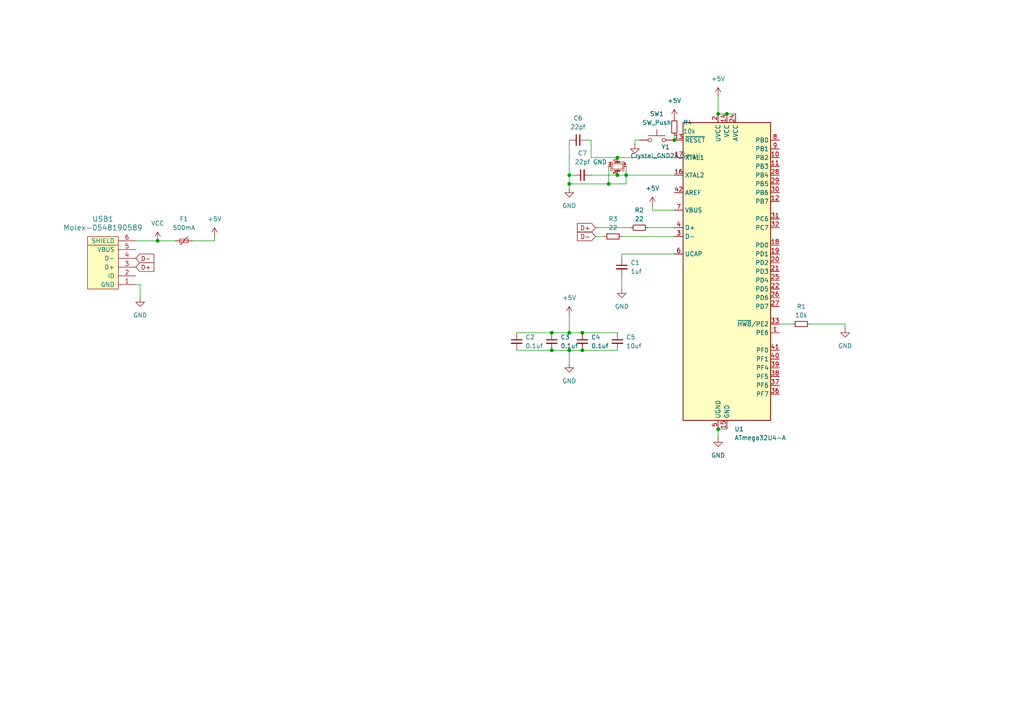
<source format=kicad_sch>
(kicad_sch (version 20231120) (generator "eeschema") (generator_version "8.0")
  (paper "A4")
  (lib_symbols
    (symbol "Device:C_Small" (pin_numbers hide) (pin_names (offset 0.254) hide)
      (property "Reference" "C" (at 0.254 1.778 0))
      (property "Value" "C_Small" (at 0.254 -2.032 0))
      (symbol "C_Small_0_1"
        (polyline (pts (xy -1.524 -0.508) (xy 1.524 -0.508)) (stroke (width 0.3302)))
        (polyline (pts (xy -1.524 0.508) (xy 1.524 0.508)) (stroke (width 0.3048)))
      )
      (symbol "C_Small_1_1"
        (pin passive line (at 0 2.54 270) (length 2.032) (name "~") (number "1"))
        (pin passive line (at 0 -2.54 90) (length 2.032) (name "~") (number "2"))
      )
    )
    (symbol "Device:Crystal_GND24_Small" (pin_names (offset 1.016) hide)
      (property "Reference" "Y" (at 1.27 4.445 0))
      (property "Value" "Crystal_GND24_Small" (at 1.27 2.54 0))
      (symbol "Crystal_GND24_Small_0_1"
        (rectangle (start -0.762 -1.524) (end 0.762 1.524))
        (polyline (pts (xy -1.27 -0.762) (xy -1.27 0.762)) (stroke (width 0.381)))
        (polyline (pts (xy 1.27 -0.762) (xy 1.27 0.762)) (stroke (width 0.381)))
        (polyline (pts (xy -1.27 -1.27) (xy -1.27 -1.905) (xy 1.27 -1.905) (xy 1.27 -1.27)))
        (polyline (pts (xy -1.27 1.27) (xy -1.27 1.905) (xy 1.27 1.905) (xy 1.27 1.27)))
      )
      (symbol "Crystal_GND24_Small_1_1"
        (pin passive line (at -2.54 0 0) (length 1.27) (name "1") (number "1"))
        (pin passive line (at 0 -2.54 90) (length 0.635) (name "2") (number "2"))
        (pin passive line (at 2.54 0 180) (length 1.27) (name "3") (number "3"))
        (pin passive line (at 0 2.54 270) (length 0.635) (name "4") (number "4"))
      )
    )
    (symbol "Device:Polyfuse_Small" (pin_numbers hide) (pin_names (offset 0))
      (property "Reference" "F" (at -1.905 0 90))
      (property "Value" "Polyfuse_Small" (at 1.905 0 90))
      (symbol "Polyfuse_Small_0_1"
        (rectangle (start -0.508 1.27) (end 0.508 -1.27))
        (polyline (pts (xy 0 2.54) (xy 0 -2.54)))
        (polyline (pts (xy -1.016 1.27) (xy -1.016 0.762) (xy 1.016 -0.762) (xy 1.016 -1.27)))
      )
      (symbol "Polyfuse_Small_1_1"
        (pin passive line (at 0 2.54 270) (length 0.635) (name "~") (number "1"))
        (pin passive line (at 0 -2.54 90) (length 0.635) (name "~") (number "2"))
      )
    )
    (symbol "Device:R_Small" (pin_numbers hide) (pin_names (offset 0.254) hide)
      (property "Reference" "R" (at 0.762 0.508 0))
      (property "Value" "R_Small" (at 0.762 -1.016 0))
      (symbol "R_Small_0_1"
        (rectangle (start -0.762 1.778) (end 0.762 -1.778) (stroke (width 0.2032)))
      )
      (symbol "R_Small_1_1"
        (pin passive line (at 0 2.54 270) (length 0.762) (name "~") (number "1"))
        (pin passive line (at 0 -2.54 90) (length 0.762) (name "~") (number "2"))
      )
    )
    (symbol "MCU_Microchip_ATmega:ATmega32U4-A"
      (property "Reference" "U" (at -12.7 44.45 0))
      (property "Value" "ATmega32U4-A" (at 2.54 -44.45 0))
      (symbol "ATmega32U4-A_0_1"
        (rectangle (start -12.7 -43.18) (end 12.7 43.18) (stroke (width 0.254)) (fill (type background)))
      )
      (symbol "ATmega32U4-A_1_1"
        (pin bidirectional line (at 15.24 -17.78 180) (length 2.54) (name "PE6") (number "1"))
        (pin bidirectional line (at 15.24 33.02 180) (length 2.54) (name "PB2") (number "10"))
        (pin bidirectional line (at 15.24 30.48 180) (length 2.54) (name "PB3") (number "11"))
        (pin bidirectional line (at 15.24 20.32 180) (length 2.54) (name "PB7") (number "12"))
        (pin input line (at -15.24 38.1 0) (length 2.54) (name "~{RESET}") (number "13"))
        (pin power_in line (at 0 45.72 270) (length 2.54) (name "VCC") (number "14"))
        (pin power_in line (at 0 -45.72 90) (length 2.54) (name "GND") (number "15"))
        (pin output line (at -15.24 27.94 0) (length 2.54) (name "XTAL2") (number "16"))
        (pin input line (at -15.24 33.02 0) (length 2.54) (name "XTAL1") (number "17"))
        (pin bidirectional line (at 15.24 7.62 180) (length 2.54) (name "PD0") (number "18"))
        (pin bidirectional line (at 15.24 5.08 180) (length 2.54) (name "PD1") (number "19"))
        (pin power_in line (at -2.54 45.72 270) (length 2.54) (name "UVCC") (number "2"))
        (pin bidirectional line (at 15.24 2.54 180) (length 2.54) (name "PD2") (number "20"))
        (pin bidirectional line (at 15.24 0 180) (length 2.54) (name "PD3") (number "21"))
        (pin bidirectional line (at 15.24 -5.08 180) (length 2.54) (name "PD5") (number "22"))
        (pin passive line (at 0 -45.72 90) (length 2.54) hide (name "GND") (number "23"))
        (pin power_in line (at 2.54 45.72 270) (length 2.54) (name "AVCC") (number "24"))
        (pin bidirectional line (at 15.24 -2.54 180) (length 2.54) (name "PD4") (number "25"))
        (pin bidirectional line (at 15.24 -7.62 180) (length 2.54) (name "PD6") (number "26"))
        (pin bidirectional line (at 15.24 -10.16 180) (length 2.54) (name "PD7") (number "27"))
        (pin bidirectional line (at 15.24 27.94 180) (length 2.54) (name "PB4") (number "28"))
        (pin bidirectional line (at 15.24 25.4 180) (length 2.54) (name "PB5") (number "29"))
        (pin bidirectional line (at -15.24 10.16 0) (length 2.54) (name "D-") (number "3"))
        (pin bidirectional line (at 15.24 22.86 180) (length 2.54) (name "PB6") (number "30"))
        (pin bidirectional line (at 15.24 15.24 180) (length 2.54) (name "PC6") (number "31"))
        (pin bidirectional line (at 15.24 12.7 180) (length 2.54) (name "PC7") (number "32"))
        (pin bidirectional line (at 15.24 -15.24 180) (length 2.54) (name "~{HWB}/PE2") (number "33"))
        (pin passive line (at 0 45.72 270) (length 2.54) hide (name "VCC") (number "34"))
        (pin passive line (at 0 -45.72 90) (length 2.54) hide (name "GND") (number "35"))
        (pin bidirectional line (at 15.24 -35.56 180) (length 2.54) (name "PF7") (number "36"))
        (pin bidirectional line (at 15.24 -33.02 180) (length 2.54) (name "PF6") (number "37"))
        (pin bidirectional line (at 15.24 -30.48 180) (length 2.54) (name "PF5") (number "38"))
        (pin bidirectional line (at 15.24 -27.94 180) (length 2.54) (name "PF4") (number "39"))
        (pin bidirectional line (at -15.24 12.7 0) (length 2.54) (name "D+") (number "4"))
        (pin bidirectional line (at 15.24 -25.4 180) (length 2.54) (name "PF1") (number "40"))
        (pin bidirectional line (at 15.24 -22.86 180) (length 2.54) (name "PF0") (number "41"))
        (pin passive line (at -15.24 22.86 0) (length 2.54) (name "AREF") (number "42"))
        (pin passive line (at 0 -45.72 90) (length 2.54) hide (name "GND") (number "43"))
        (pin passive line (at 2.54 45.72 270) (length 2.54) hide (name "AVCC") (number "44"))
        (pin passive line (at -2.54 -45.72 90) (length 2.54) (name "UGND") (number "5"))
        (pin passive line (at -15.24 5.08 0) (length 2.54) (name "UCAP") (number "6"))
        (pin input line (at -15.24 17.78 0) (length 2.54) (name "VBUS") (number "7"))
        (pin bidirectional line (at 15.24 38.1 180) (length 2.54) (name "PB0") (number "8"))
        (pin bidirectional line (at 15.24 35.56 180) (length 2.54) (name "PB1") (number "9"))
      )
    )
    (symbol "Switch:SW_Push" (pin_numbers hide) (pin_names (offset 1.016) hide)
      (property "Reference" "SW" (at 1.27 2.54 0))
      (property "Value" "SW_Push" (at 0 -1.524 0))
      (symbol "SW_Push_0_1"
        (circle (center -2.032 0) (radius 0.508))
        (polyline (pts (xy 0 1.27) (xy 0 3.048)))
        (polyline (pts (xy 2.54 1.27) (xy -2.54 1.27)))
        (circle (center 2.032 0) (radius 0.508))
        (pin passive line (at -5.08 0 0) (length 2.54) (name "1") (number "1"))
        (pin passive line (at 5.08 0 180) (length 2.54) (name "2") (number "2"))
      )
    )
    (symbol "power:+5V" (power) (pin_numbers hide) (pin_names (offset 0) hide)
      (property "Value" "+5V" (at 0 3.556 0))
      (symbol "+5V_0_1"
        (polyline (pts (xy -0.762 1.27) (xy 0 2.54)))
        (polyline (pts (xy 0 0) (xy 0 2.54)))
        (polyline (pts (xy 0 2.54) (xy 0.762 1.27)))
      )
      (symbol "+5V_1_1"
        (pin power_in line (at 0 0 90) (length 0) (name "~") (number "1"))
      )
    )
    (symbol "power:GND" (power) (pin_numbers hide) (pin_names (offset 0) hide)
      (property "Value" "GND" (at 0 -3.81 0))
      (symbol "GND_0_1"
        (polyline (pts (xy 0 0) (xy 0 -1.27) (xy 1.27 -1.27) (xy 0 -2.54) (xy -1.27 -1.27) (xy 0 -1.27)))
      )
      (symbol "GND_1_1"
        (pin power_in line (at 0 0 270) (length 0) (name "~") (number "1"))
      )
    )
    (symbol "power:VCC" (power) (pin_numbers hide) (pin_names (offset 0) hide)
      (property "Value" "VCC" (at 0 3.556 0))
      (symbol "VCC_0_1"
        (polyline (pts (xy -0.762 1.27) (xy 0 2.54)))
        (polyline (pts (xy 0 0) (xy 0 2.54)))
        (polyline (pts (xy 0 2.54) (xy 0.762 1.27)))
      )
      (symbol "VCC_1_1"
        (pin power_in line (at 0 0 90) (length 0) (name "~") (number "1"))
      )
    )
    (symbol "random-keyboard-parts:Molex-0548190589" (pin_names (offset 1.016))
      (property "Reference" "USB" (at 0 7.62 0))
      (property "Value" "Molex-0548190589" (at 0 10.16 0))
      (symbol "Molex-0548190589_0_0"
        (polyline (pts (xy 6.35 -2.54) (xy 6.35 6.35)))
        (rectangle (start 8.89 -2.54) (end -6.35 6.35) (fill (type background)))
      )
      (symbol "Molex-0548190589_1_1"
        (pin input line (at -5.08 -7.62 90) (length 5.08) (name "GND") (number "1"))
        (pin input line (at -2.54 -7.62 90) (length 5.08) (name "ID") (number "2"))
        (pin input line (at 0 -7.62 90) (length 5.08) (name "D+") (number "3"))
        (pin input line (at 2.54 -7.62 90) (length 5.08) (name "D-") (number "4"))
        (pin input line (at 5.08 -7.62 90) (length 5.08) (name "VBUS") (number "5"))
        (pin input line (at 7.62 -7.62 90) (length 5.08) (name "SHIELD") (number "6"))
      )
    )
  )
  (junction (at 181.61 50.8))
  (junction (at 168.91 96.52))
  (junction (at 160.02 96.52))
  (junction (at 208.28 124.46))
  (junction (at 179.07 45.72))
  (junction (at 179.07 50.8))
  (junction (at 165.1 50.8))
  (junction (at 45.72 69.85))
  (junction (at 208.28 33.02))
  (junction (at 168.91 101.6))
  (junction (at 195.58 40.64))
  (junction (at 165.1 96.52))
  (junction (at 176.53 53.34))
  (junction (at 165.1 53.34))
  (junction (at 165.1 101.6))
  (junction (at 210.82 33.02))
  (junction (at 160.02 101.6))
  (wire (pts (xy 179.07 50.8) (xy 181.61 50.8)))
  (wire (pts (xy 208.28 33.02) (xy 210.82 33.02)))
  (wire (pts (xy 195.58 73.66) (xy 180.34 73.66)))
  (wire (pts (xy 180.34 80.01) (xy 180.34 83.82)))
  (wire (pts (xy 189.23 59.69) (xy 189.23 60.96)))
  (wire (pts (xy 245.11 93.98) (xy 245.11 95.25)))
  (wire (pts (xy 165.1 40.64) (xy 165.1 50.8)))
  (wire (pts (xy 180.34 73.66) (xy 180.34 74.93)))
  (wire (pts (xy 172.72 68.58) (xy 175.26 68.58)))
  (wire (pts (xy 168.91 96.52) (xy 179.07 96.52)))
  (wire (pts (xy 160.02 101.6) (xy 165.1 101.6)))
  (wire (pts (xy 210.82 33.02) (xy 213.36 33.02)))
  (wire (pts (xy 208.28 124.46) (xy 208.28 127)))
  (wire (pts (xy 40.64 82.55) (xy 40.64 86.36)))
  (wire (pts (xy 165.1 91.44) (xy 165.1 96.52)))
  (wire (pts (xy 165.1 53.34) (xy 176.53 53.34)))
  (wire (pts (xy 195.58 39.37) (xy 195.58 40.64)))
  (wire (pts (xy 62.23 68.58) (xy 62.23 69.85)))
  (wire (pts (xy 208.28 27.94) (xy 208.28 33.02)))
  (wire (pts (xy 184.15 40.64) (xy 184.15 41.91)))
  (wire (pts (xy 179.07 45.72) (xy 195.58 45.72)))
  (wire (pts (xy 165.1 96.52) (xy 168.91 96.52)))
  (wire (pts (xy 55.88 69.85) (xy 62.23 69.85)))
  (wire (pts (xy 168.91 101.6) (xy 179.07 101.6)))
  (wire (pts (xy 172.72 66.04) (xy 182.88 66.04)))
  (wire (pts (xy 234.95 93.98) (xy 245.11 93.98)))
  (wire (pts (xy 181.61 50.8) (xy 181.61 53.34)))
  (wire (pts (xy 195.58 60.96) (xy 189.23 60.96)))
  (wire (pts (xy 176.53 53.34) (xy 181.61 53.34)))
  (wire (pts (xy 166.37 50.8) (xy 165.1 50.8)))
  (wire (pts (xy 181.61 48.26) (xy 181.61 50.8)))
  (wire (pts (xy 226.06 93.98) (xy 229.87 93.98)))
  (wire (pts (xy 187.96 66.04) (xy 195.58 66.04)))
  (wire (pts (xy 165.1 50.8) (xy 165.1 53.34)))
  (wire (pts (xy 171.45 50.8) (xy 179.07 50.8)))
  (wire (pts (xy 165.1 101.6) (xy 165.1 105.41)))
  (wire (pts (xy 45.72 69.85) (xy 50.8 69.85)))
  (wire (pts (xy 176.53 48.26) (xy 176.53 53.34)))
  (wire (pts (xy 39.37 69.85) (xy 45.72 69.85)))
  (wire (pts (xy 165.1 101.6) (xy 168.91 101.6)))
  (wire (pts (xy 208.28 124.46) (xy 210.82 124.46)))
  (wire (pts (xy 185.42 40.64) (xy 184.15 40.64)))
  (wire (pts (xy 171.45 45.72) (xy 179.07 45.72)))
  (wire (pts (xy 171.45 40.64) (xy 171.45 45.72)))
  (wire (pts (xy 170.18 40.64) (xy 171.45 40.64)))
  (wire (pts (xy 165.1 53.34) (xy 165.1 54.61)))
  (wire (pts (xy 160.02 96.52) (xy 165.1 96.52)))
  (wire (pts (xy 39.37 82.55) (xy 40.64 82.55)))
  (wire (pts (xy 180.34 68.58) (xy 195.58 68.58)))
  (wire (pts (xy 149.86 96.52) (xy 160.02 96.52)))
  (wire (pts (xy 149.86 101.6) (xy 160.02 101.6)))
  (wire (pts (xy 181.61 50.8) (xy 195.58 50.8)))
  (global_label "D-" (shape input) (at 172.72 68.58 180) (property "Intersheetrefs" "${INTERSHEET_REFS}" (effects (hide yes))))
  (global_label "D-" (shape input) (at 39.37 74.93 0) (property "Intersheetrefs" "${INTERSHEET_REFS}" (effects (hide yes))))
  (global_label "D+" (shape input) (at 39.37 77.47 0) (property "Intersheetrefs" "${INTERSHEET_REFS}" (effects (hide yes))))
  (global_label "D+" (shape input) (at 172.72 66.04 180) (property "Intersheetrefs" "${INTERSHEET_REFS}" (effects (hide yes))))
  (symbol (lib_id "Device:R_Small") (at 185.42 66.04 270) (unit 1)
    (property "Reference" "R2" (at 185.42 60.96 90))
    (property "Value" "22" (at 185.42 63.5 90))
    (property "Description" "Resistor, small symbol" (effects (hide yes)))
  )
  (symbol (lib_id "Device:C_Small") (at 149.86 99.06 0) (unit 1)
    (property "Reference" "C2" (at 152.4 97.7962 0) (effects (justify left)))
    (property "Value" "0.1uf" (at 152.4 100.3362 0) (effects (justify left)))
    (property "Description" "Unpolarized capacitor, small symbol" (effects (hide yes)))
  )
  (symbol (lib_id "power:+5V") (at 189.23 59.69 0) (unit 1)
    (property "Reference" "#PWR07" (effects (hide yes)))
    (property "Value" "+5V" (at 189.23 54.61 0))
    (property "Description" "Power symbol creates a global label with name \"+5V\"" (effects (hide yes)))
  )
  (symbol (lib_id "Device:C_Small") (at 168.91 50.8 90) (unit 1)
    (property "Reference" "C7" (at 168.9163 44.45 90))
    (property "Value" "22pf" (at 168.9163 46.99 90))
    (property "Description" "Unpolarized capacitor, small symbol" (effects (hide yes)))
  )
  (symbol (lib_id "power:+5V") (at 208.28 27.94 0) (unit 1)
    (property "Reference" "#PWR01" (effects (hide yes)))
    (property "Value" "+5V" (at 208.28 22.86 0))
    (property "Description" "Power symbol creates a global label with name \"+5V\"" (effects (hide yes)))
  )
  (symbol (lib_id "Device:C_Small") (at 167.64 40.64 90) (unit 1)
    (property "Reference" "C6" (at 167.6463 34.29 90))
    (property "Value" "22pf" (at 167.6463 36.83 90))
    (property "Description" "Unpolarized capacitor, small symbol" (effects (hide yes)))
  )
  (symbol (lib_id "power:VCC") (at 45.72 69.85 0) (unit 1)
    (property "Reference" "#PWR013" (effects (hide yes)))
    (property "Value" "VCC" (at 45.72 64.77 0))
    (property "Description" "Power symbol creates a global label with name \"VCC\"" (effects (hide yes)))
  )
  (symbol (lib_id "power:GND") (at 165.1 105.41 0) (unit 1)
    (property "Reference" "#PWR06" (effects (hide yes)))
    (property "Value" "GND" (at 165.1 110.49 0))
    (property "Description" "Power symbol creates a global label with name \"GND\" , ground" (effects (hide yes)))
  )
  (symbol (lib_id "Device:C_Small") (at 179.07 99.06 0) (unit 1)
    (property "Reference" "C5" (at 181.61 97.7962 0) (effects (justify left)))
    (property "Value" "10uf" (at 181.61 100.3362 0) (effects (justify left)))
    (property "Description" "Unpolarized capacitor, small symbol" (effects (hide yes)))
  )
  (symbol (lib_id "power:+5V") (at 165.1 91.44 0) (unit 1)
    (property "Reference" "#PWR05" (effects (hide yes)))
    (property "Value" "+5V" (at 165.1 86.36 0))
    (property "Description" "Power symbol creates a global label with name \"+5V\"" (effects (hide yes)))
  )
  (symbol (lib_id "power:+5V") (at 195.58 34.29 0) (unit 1)
    (property "Reference" "#PWR010" (effects (hide yes)))
    (property "Value" "+5V" (at 195.58 29.21 0))
    (property "Description" "Power symbol creates a global label with name \"+5V\"" (effects (hide yes)))
  )
  (symbol (lib_id "Device:C_Small") (at 168.91 99.06 0) (unit 1)
    (property "Reference" "C4" (at 171.45 97.7962 0) (effects (justify left)))
    (property "Value" "0.1uf" (at 171.45 100.3362 0) (effects (justify left)))
    (property "Description" "Unpolarized capacitor, small symbol" (effects (hide yes)))
  )
  (symbol (lib_id "Device:C_Small") (at 160.02 99.06 0) (unit 1)
    (property "Reference" "C3" (at 162.56 97.7962 0) (effects (justify left)))
    (property "Value" "0.1uf" (at 162.56 100.3362 0) (effects (justify left)))
    (property "Description" "Unpolarized capacitor, small symbol" (effects (hide yes)))
  )
  (symbol (lib_id "random-keyboard-parts:Molex-0548190589") (at 31.75 77.47 90) (unit 1)
    (property "Reference" "USB1" (at 29.845 63.5 90) (effects (font (size 1.524 1.524))))
    (property "Value" "Molex-0548190589" (at 29.845 66.04 90) (effects (font (size 1.524 1.524))))
  )
  (symbol (lib_id "power:GND") (at 184.15 41.91 0) (unit 1)
    (property "Reference" "#PWR09" (effects (hide yes)))
    (property "Value" "GND" (at 173.99 46.99 0))
    (property "Description" "Power symbol creates a global label with name \"GND\" , ground" (effects (hide yes)))
  )
  (symbol (lib_id "power:GND") (at 180.34 83.82 0) (unit 1)
    (property "Reference" "#PWR04" (effects (hide yes)))
    (property "Value" "GND" (at 180.34 88.9 0))
    (property "Description" "Power symbol creates a global label with name \"GND\" , ground" (effects (hide yes)))
  )
  (symbol (lib_id "power:GND") (at 165.1 54.61 0) (unit 1)
    (property "Reference" "#PWR08" (effects (hide yes)))
    (property "Value" "GND" (at 165.1 59.69 0))
    (property "Description" "Power symbol creates a global label with name \"GND\" , ground" (effects (hide yes)))
  )
  (symbol (lib_id "Device:Crystal_GND24_Small") (at 179.07 48.26 270) (unit 1)
    (property "Reference" "Y1" (at 193.04 42.6398 90))
    (property "Value" "Crystal_GND24_Small" (at 193.04 45.1798 90))
    (property "Description" "Four pin crystal, GND on pins 2 and 4, small symbol" (effects (hide yes)))
  )
  (symbol (lib_id "power:GND") (at 208.28 127 0) (unit 1)
    (property "Reference" "#PWR02" (effects (hide yes)))
    (property "Value" "GND" (at 208.28 132.08 0))
    (property "Description" "Power symbol creates a global label with name \"GND\" , ground" (effects (hide yes)))
  )
  (symbol (lib_id "power:GND") (at 40.64 86.36 0) (unit 1)
    (property "Reference" "#PWR012" (effects (hide yes)))
    (property "Value" "GND" (at 40.64 91.44 0))
    (property "Description" "Power symbol creates a global label with name \"GND\" , ground" (effects (hide yes)))
  )
  (symbol (lib_id "MCU_Microchip_ATmega:ATmega32U4-A") (at 210.82 78.74 0) (unit 1)
    (property "Reference" "U1" (at 213.0141 124.46 0) (effects (justify left)))
    (property "Value" "ATmega32U4-A" (at 213.0141 127 0) (effects (justify left)))
    (property "Footprint" "Package_QFP:TQFP-44_10x10mm_P0.8mm" (effects (hide yes)))
    (property "Datasheet" "http://ww1.microchip.com/downloads/en/DeviceDoc/Atmel-7766-8-bit-AVR-ATmega16U4-32U4_Datasheet.pdf" (effects (hide yes)))
    (property "Description" "16MHz, 32kB Flash, 2.5kB SRAM, 1kB EEPROM, USB 2.0, TQFP-44" (effects (hide yes)))
  )
  (symbol (lib_id "Switch:SW_Push") (at 190.5 40.64 0) (unit 1)
    (property "Reference" "SW1" (at 190.5 33.02 0))
    (property "Value" "SW_Push" (at 190.5 35.56 0))
    (property "Description" "Push button switch, generic, two pins" (effects (hide yes)))
  )
  (symbol (lib_id "Device:R_Small") (at 232.41 93.98 90) (unit 1)
    (property "Reference" "R1" (at 232.41 88.9 90))
    (property "Value" "10k" (at 232.41 91.44 90))
    (property "Description" "Resistor, small symbol" (effects (hide yes)))
  )
  (symbol (lib_id "Device:Polyfuse_Small") (at 53.34 69.85 90) (unit 1)
    (property "Reference" "F1" (at 53.34 63.5 90))
    (property "Value" "500mA" (at 53.34 66.04 90))
    (property "Description" "Resettable fuse, polymeric positive temperature coefficient, small symbol" (effects (hide yes)))
  )
  (symbol (lib_id "power:+5V") (at 62.23 68.58 0) (unit 1)
    (property "Reference" "#PWR011" (effects (hide yes)))
    (property "Value" "+5V" (at 62.23 63.5 0))
    (property "Description" "Power symbol creates a global label with name \"+5V\"" (effects (hide yes)))
  )
  (symbol (lib_id "Device:R_Small") (at 177.8 68.58 90) (unit 1)
    (property "Reference" "R3" (at 177.8 63.5 90))
    (property "Value" "22" (at 177.8 66.04 90))
    (property "Description" "Resistor, small symbol" (effects (hide yes)))
  )
  (symbol (lib_id "power:GND") (at 245.11 95.25 0) (unit 1)
    (property "Reference" "#PWR03" (effects (hide yes)))
    (property "Value" "GND" (at 245.11 100.33 0))
    (property "Description" "Power symbol creates a global label with name \"GND\" , ground" (effects (hide yes)))
  )
  (symbol (lib_id "Device:R_Small") (at 195.58 36.83 180) (unit 1)
    (property "Reference" "R4" (at 198.12 35.5599 0) (effects (justify right)))
    (property "Value" "10k" (at 198.12 38.0999 0) (effects (justify right)))
    (property "Description" "Resistor, small symbol" (effects (hide yes)))
  )
  (symbol (lib_id "Device:C_Small") (at 180.34 77.47 0) (unit 1)
    (property "Reference" "C1" (at 182.88 76.2062 0) (effects (justify left)))
    (property "Value" "1uf" (at 182.88 78.7462 0) (effects (justify left)))
    (property "Description" "Unpolarized capacitor, small symbol" (effects (hide yes)))
  )
)
</source>
